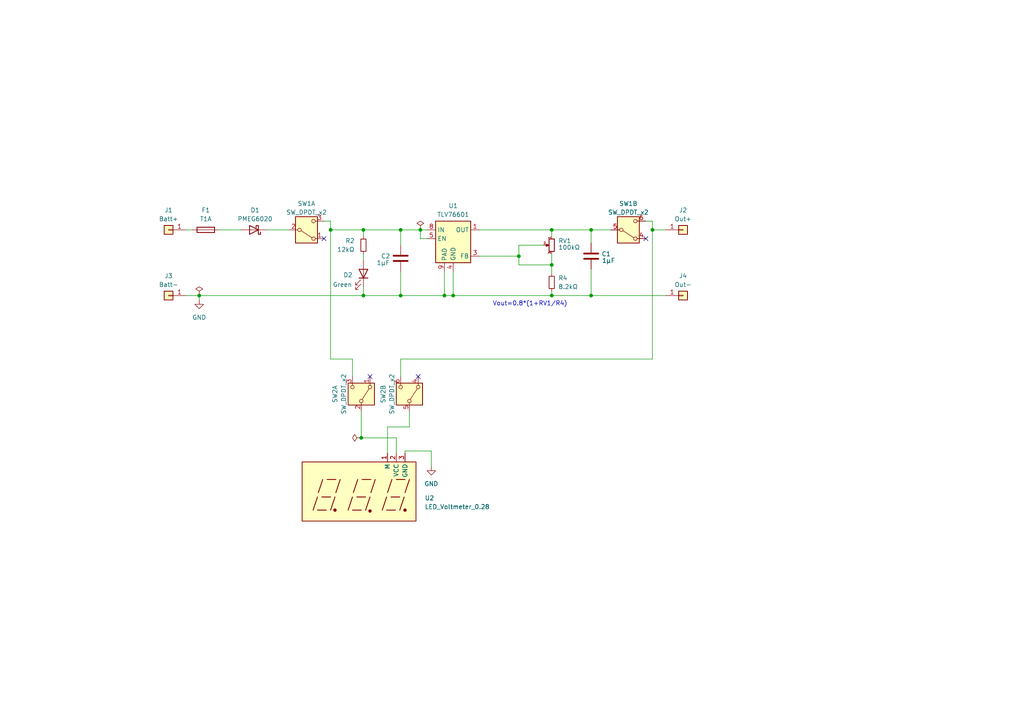
<source format=kicad_sch>
(kicad_sch (version 20230121) (generator eeschema)
  (paper "A4")
  (title_block (title "AGC Disabler") (date "2024-02-14") (company "Retronics - Bjørner Sandom"))
  (lib_symbols
    (symbol "Connector_Generic:Conn_01x01" (pin_names (offset 1.016) hide)
      (property "Reference" "J" (at 0 2.54 0))
      (property "Value" "Conn_01x01" (at 0 -2.54 0))
      (symbol "Conn_01x01_1_1"
        (rectangle (start -1.27 0.127) (end 0 -0.127) (stroke (width 0.1524)))
        (rectangle (start -1.27 1.27) (end 1.27 -1.27) (stroke (width 0.254)) (fill (type background)))
        (pin passive line (at -5.08 0 0) (length 3.81) (name "Pin_1") (number "1"))
      )
    )
    (symbol "Device:C" (pin_numbers hide) (pin_names (offset 0.254))
      (property "Reference" "C" (at 0.635 2.54 0))
      (property "Value" "C" (at 0.635 -2.54 0))
      (symbol "C_0_1"
        (polyline (pts (xy -2.032 -0.762) (xy 2.032 -0.762)) (stroke (width 0.508)))
        (polyline (pts (xy -2.032 0.762) (xy 2.032 0.762)) (stroke (width 0.508)))
      )
      (symbol "C_1_1"
        (pin passive line (at 0 3.81 270) (length 2.794) (name "~") (number "1"))
        (pin passive line (at 0 -3.81 90) (length 2.794) (name "~") (number "2"))
      )
    )
    (symbol "Device:Fuse" (pin_numbers hide) (pin_names (offset 0))
      (property "Reference" "F" (at 2.032 0 90))
      (property "Value" "Fuse" (at -1.905 0 90))
      (symbol "Fuse_0_1"
        (rectangle (start -0.762 -2.54) (end 0.762 2.54) (stroke (width 0.254)))
        (polyline (pts (xy 0 2.54) (xy 0 -2.54)))
      )
      (symbol "Fuse_1_1"
        (pin passive line (at 0 3.81 270) (length 1.27) (name "~") (number "1"))
        (pin passive line (at 0 -3.81 90) (length 1.27) (name "~") (number "2"))
      )
    )
    (symbol "Device:LED" (pin_numbers hide) (pin_names (offset 1.016) hide)
      (property "Reference" "D" (at 0 2.54 0))
      (property "Value" "LED" (at 0 -2.54 0))
      (symbol "LED_0_1"
        (polyline (pts (xy -1.27 -1.27) (xy -1.27 1.27)) (stroke (width 0.254)))
        (polyline (pts (xy -1.27 0) (xy 1.27 0)))
        (polyline (pts (xy 1.27 -1.27) (xy 1.27 1.27) (xy -1.27 0) (xy 1.27 -1.27)) (stroke (width 0.254)))
        (polyline (pts (xy -3.048 -0.762) (xy -4.572 -2.286) (xy -3.81 -2.286) (xy -4.572 -2.286) (xy -4.572 -1.524)))
        (polyline (pts (xy -1.778 -0.762) (xy -3.302 -2.286) (xy -2.54 -2.286) (xy -3.302 -2.286) (xy -3.302 -1.524)))
      )
      (symbol "LED_1_1"
        (pin passive line (at -3.81 0 0) (length 2.54) (name "K") (number "1"))
        (pin passive line (at 3.81 0 180) (length 2.54) (name "A") (number "2"))
      )
    )
    (symbol "Device:R_Potentiometer_Small" (pin_names (offset 1.016) hide)
      (property "Reference" "RV" (at -4.445 0 90))
      (property "Value" "R_Potentiometer_Small" (at -2.54 0 90))
      (symbol "R_Potentiometer_Small_0_1"
        (polyline (pts (xy 0.889 0) (xy 0.635 0) (xy 1.651 0.381) (xy 1.651 -0.381) (xy 0.635 0) (xy 0.889 0)) (fill (type outline)))
        (rectangle (start 0.762 1.8034) (end -0.762 -1.8034) (stroke (width 0.254)))
      )
      (symbol "R_Potentiometer_Small_1_1"
        (pin passive line (at 0 2.54 270) (length 0.635) (name "1") (number "1"))
        (pin passive line (at 2.54 0 180) (length 0.9906) (name "2") (number "2"))
        (pin passive line (at 0 -2.54 90) (length 0.635) (name "3") (number "3"))
      )
    )
    (symbol "Device:R_Small" (pin_numbers hide) (pin_names (offset 0.254) hide)
      (property "Reference" "R" (at 0.762 0.508 0))
      (property "Value" "R_Small" (at 0.762 -1.016 0))
      (symbol "R_Small_0_1"
        (rectangle (start -0.762 1.778) (end 0.762 -1.778) (stroke (width 0.2032)))
      )
      (symbol "R_Small_1_1"
        (pin passive line (at 0 2.54 270) (length 0.762) (name "~") (number "1"))
        (pin passive line (at 0 -2.54 90) (length 0.762) (name "~") (number "2"))
      )
    )
    (symbol "Retronics_Discrete:1N5819WS" (pin_numbers hide) (pin_names (offset 1.016) hide)
      (property "Reference" "D" (at 0 2.54 0))
      (property "Value" "1N5819WS" (at 0 -2.54 0))
      (symbol "1N5819WS_0_1"
        (polyline (pts (xy 1.27 0) (xy -1.27 0)))
        (polyline (pts (xy 1.27 1.27) (xy 1.27 -1.27) (xy -1.27 0) (xy 1.27 1.27)) (stroke (width 0.254)))
        (polyline (pts (xy -1.905 0.635) (xy -1.905 1.27) (xy -1.27 1.27) (xy -1.27 -1.27) (xy -0.635 -1.27) (xy -0.635 -0.635)) (stroke (width 0.254)))
      )
      (symbol "1N5819WS_1_1"
        (pin passive line (at -3.81 0 0) (length 2.54) (name "K") (number "1"))
        (pin passive line (at 3.81 0 180) (length 2.54) (name "A") (number "2"))
      )
    )
    (symbol "Retronics_IC_Power:TLV76601"
      (property "Reference" "U" (at 0 8.89 0))
      (property "Value" "TLV76601" (at 0 6.35 0))
      (symbol "TLV76601_0_1"
        (rectangle (start -5.08 5.08) (end 5.08 -6.985) (stroke (width 0.254)) (fill (type background)))
      )
      (symbol "TLV76601_1_1"
        (pin power_out line (at 7.62 2.54 180) (length 2.54) (name "OUT") (number "1"))
        (pin no_connect line (at 7.62 -1.27 180) (length 2.54) hide (name "NC") (number "2"))
        (pin input line (at 7.62 -5.08 180) (length 2.54) (name "FB") (number "3"))
        (pin power_in line (at 0 -9.525 90) (length 2.54) (name "GND") (number "4"))
        (pin input line (at -7.62 0 0) (length 2.54) (name "EN") (number "5"))
        (pin passive line (at 0 -9.525 90) (length 2.54) hide (name "GND") (number "6"))
        (pin no_connect line (at 7.62 -0.635 180) (length 2.54) hide (name "NC") (number "7"))
        (pin power_in line (at -7.62 2.54 0) (length 2.54) (name "IN") (number "8"))
        (pin passive line (at -2.54 -9.525 90) (length 2.54) (name "PAD") (number "9"))
      )
    )
    (symbol "Retronics_Instruments:LED_Voltmeter_0.28"
      (property "Reference" "U" (at -17.145 26.67 0))
      (property "Value" "LED_Voltmeter_0.28" (at -15.875 24.13 0))
      (symbol "LED_Voltmeter_0.28_0_0"
        (rectangle (start -26.035 22.86) (end 6.985 5.715) (stroke (width 0.254)) (fill (type background)))
        (polyline (pts (xy -22.86 8.89) (xy -21.59 12.7)) (stroke (width 0.254)))
        (polyline (pts (xy -21.59 8.89) (xy -19.05 8.89)) (stroke (width 0.254)))
        (polyline (pts (xy -21.336 13.97) (xy -20.066 17.78)) (stroke (width 0.254)))
        (polyline (pts (xy -20.32 12.7) (xy -17.78 12.7)) (stroke (width 0.254)))
        (polyline (pts (xy -18.796 17.78) (xy -16.256 17.78)) (stroke (width 0.254)))
        (polyline (pts (xy -17.78 8.89) (xy -16.51 12.7)) (stroke (width 0.254)))
        (polyline (pts (xy -16.256 13.97) (xy -14.986 17.78)) (stroke (width 0.254)))
        (polyline (pts (xy -12.7 8.89) (xy -11.43 12.7)) (stroke (width 0.254)))
        (polyline (pts (xy -11.43 8.89) (xy -8.89 8.89)) (stroke (width 0.254)))
        (polyline (pts (xy -11.176 13.97) (xy -9.906 17.78)) (stroke (width 0.254)))
        (polyline (pts (xy -10.16 12.7) (xy -7.62 12.7)) (stroke (width 0.254)))
        (polyline (pts (xy -8.636 17.78) (xy -6.096 17.78)) (stroke (width 0.254)))
        (polyline (pts (xy -7.62 8.89) (xy -6.35 12.7)) (stroke (width 0.254)))
        (polyline (pts (xy -6.096 13.97) (xy -4.826 17.78)) (stroke (width 0.254)))
        (polyline (pts (xy -2.794 8.89) (xy -1.524 12.7)) (stroke (width 0.254)))
        (polyline (pts (xy -1.524 8.89) (xy 1.016 8.89)) (stroke (width 0.254)))
        (polyline (pts (xy -1.27 13.97) (xy 0 17.78)) (stroke (width 0.254)))
        (polyline (pts (xy -0.254 12.7) (xy 2.286 12.7)) (stroke (width 0.254)))
        (polyline (pts (xy 1.27 17.78) (xy 3.81 17.78)) (stroke (width 0.254)))
        (polyline (pts (xy 2.286 8.89) (xy 3.556 12.7)) (stroke (width 0.254)))
        (polyline (pts (xy 3.81 13.97) (xy 5.08 17.78)) (stroke (width 0.254)))
      )
      (symbol "LED_Voltmeter_0.28_0_1"
        (circle (center -16.51 8.89) (radius 0.3556) (stroke (width 0.254)) (fill (type outline)))
      )
      (symbol "LED_Voltmeter_0.28_1_0"
        (circle (center -6.35 8.636) (radius 0.3556) (stroke (width 0.254)) (fill (type outline)))
        (circle (center 3.81 8.89) (radius 0.3556) (stroke (width 0.254)) (fill (type outline)))
      )
      (symbol "LED_Voltmeter_0.28_1_1"
        (pin input line (at -1.27 25.4 270) (length 2.54) (name "M") (number "1"))
        (pin power_in line (at 1.27 25.4 270) (length 2.54) (name "VCC") (number "2"))
        (pin power_in line (at 3.81 25.4 270) (length 2.54) (name "GND") (number "3"))
      )
    )
    (symbol "Switch:SW_DPDT_x2" (pin_names (offset 0) hide)
      (property "Reference" "SW" (at 0 5.08 0))
      (property "Value" "SW_DPDT_x2" (at 0 -5.08 0))
      (symbol "SW_DPDT_x2_0_0"
        (circle (center -2.032 0) (radius 0.508))
        (circle (center 2.032 -2.54) (radius 0.508))
      )
      (symbol "SW_DPDT_x2_0_1"
        (rectangle (start -3.175 3.81) (end 3.175 -3.81) (stroke (width 0.254)) (fill (type background)))
        (polyline (pts (xy -1.524 0.254) (xy 1.5748 2.286)))
        (circle (center 2.032 2.54) (radius 0.508))
      )
      (symbol "SW_DPDT_x2_1_1"
        (pin passive line (at 5.08 2.54 180) (length 2.54) (name "A") (number "1"))
        (pin passive line (at -5.08 0 0) (length 2.54) (name "B") (number "2"))
        (pin passive line (at 5.08 -2.54 180) (length 2.54) (name "C") (number "3"))
      )
      (symbol "SW_DPDT_x2_2_1"
        (pin passive line (at 5.08 2.54 180) (length 2.54) (name "A") (number "4"))
        (pin passive line (at -5.08 0 0) (length 2.54) (name "B") (number "5"))
        (pin passive line (at 5.08 -2.54 180) (length 2.54) (name "C") (number "6"))
      )
    )
    (symbol "power:GND" (power) (pin_names (offset 0))
      (property "Value" "GND" (at 0 -3.81 0))
      (symbol "GND_0_1"
        (polyline (pts (xy 0 0) (xy 0 -1.27) (xy 1.27 -1.27) (xy 0 -2.54) (xy -1.27 -1.27) (xy 0 -1.27)))
      )
      (symbol "GND_1_1"
        (pin power_in line (at 0 0 270) (length 0) hide (name "GND") (number "1"))
      )
    )
    (symbol "power:PWR_FLAG" (power) (pin_numbers hide) (pin_names (offset 0) hide)
      (property "Value" "PWR_FLAG" (at 0 3.81 0))
      (symbol "PWR_FLAG_0_0"
        (pin power_out line (at 0 0 90) (length 0) (name "pwr") (number "1"))
      )
      (symbol "PWR_FLAG_0_1"
        (polyline (pts (xy 0 0) (xy 0 1.27) (xy -1.016 1.905) (xy 0 2.54) (xy 1.016 1.905) (xy 0 1.27)))
      )
    )
  )
  (junction (at 128.905 85.725))
  (junction (at 121.92 66.675))
  (junction (at 95.885 66.675))
  (junction (at 160.02 85.725))
  (junction (at 171.45 66.675))
  (junction (at 189.23 66.675))
  (junction (at 116.205 85.725))
  (junction (at 116.205 66.675))
  (junction (at 150.495 74.295))
  (junction (at 160.02 76.835))
  (junction (at 131.445 85.725))
  (junction (at 171.45 85.725))
  (junction (at 160.02 66.675))
  (junction (at 105.41 85.725))
  (junction (at 105.41 66.675))
  (junction (at 57.785 85.725))
  (junction (at 104.775 127))
  (no_connect (at 107.315 109.22))
  (no_connect (at 187.325 69.215))
  (no_connect (at 93.98 69.215))
  (no_connect (at 121.285 109.22))
  (wire (pts (xy 116.205 66.675) (xy 121.92 66.675)))
  (wire (pts (xy 118.745 119.38) (xy 118.745 123.825)))
  (wire (pts (xy 121.92 66.675) (xy 123.825 66.675)))
  (wire (pts (xy 139.065 74.295) (xy 150.495 74.295)))
  (wire (pts (xy 171.45 78.105) (xy 171.45 85.725)))
  (wire (pts (xy 116.205 85.725) (xy 128.905 85.725)))
  (wire (pts (xy 189.23 66.675) (xy 193.04 66.675)))
  (wire (pts (xy 95.885 64.135) (xy 95.885 66.675)))
  (wire (pts (xy 53.975 85.725) (xy 57.785 85.725)))
  (wire (pts (xy 187.325 64.135) (xy 189.23 64.135)))
  (wire (pts (xy 150.495 74.295) (xy 150.495 76.835)))
  (wire (pts (xy 57.785 85.725) (xy 105.41 85.725)))
  (wire (pts (xy 63.5 66.675) (xy 69.85 66.675)))
  (wire (pts (xy 116.205 104.14) (xy 189.23 104.14)))
  (wire (pts (xy 57.785 85.725) (xy 57.785 86.995)))
  (wire (pts (xy 131.445 85.725) (xy 160.02 85.725)))
  (wire (pts (xy 95.885 66.675) (xy 95.885 104.14)))
  (wire (pts (xy 160.02 73.66) (xy 160.02 76.835)))
  (wire (pts (xy 105.41 85.725) (xy 116.205 85.725)))
  (wire (pts (xy 105.41 66.675) (xy 116.205 66.675)))
  (wire (pts (xy 160.02 84.455) (xy 160.02 85.725)))
  (wire (pts (xy 105.41 73.66) (xy 105.41 75.565)))
  (wire (pts (xy 128.905 78.74) (xy 128.905 85.725)))
  (wire (pts (xy 160.02 76.835) (xy 160.02 79.375)))
  (wire (pts (xy 160.02 66.675) (xy 160.02 68.58)))
  (wire (pts (xy 104.775 119.38) (xy 104.775 127)))
  (wire (pts (xy 102.235 104.14) (xy 102.235 109.22)))
  (wire (pts (xy 105.41 83.185) (xy 105.41 85.725)))
  (wire (pts (xy 139.065 66.675) (xy 160.02 66.675)))
  (wire (pts (xy 117.475 130.81) (xy 125.095 130.81)))
  (wire (pts (xy 95.885 104.14) (xy 102.235 104.14)))
  (wire (pts (xy 160.02 66.675) (xy 171.45 66.675)))
  (wire (pts (xy 121.92 69.215) (xy 121.92 66.675)))
  (wire (pts (xy 171.45 66.675) (xy 177.165 66.675)))
  (wire (pts (xy 77.47 66.675) (xy 83.82 66.675)))
  (wire (pts (xy 112.395 131.445) (xy 112.395 123.825)))
  (wire (pts (xy 189.23 104.14) (xy 189.23 66.675)))
  (wire (pts (xy 150.495 71.12) (xy 150.495 74.295)))
  (wire (pts (xy 116.205 104.14) (xy 116.205 109.22)))
  (wire (pts (xy 116.205 78.74) (xy 116.205 85.725)))
  (wire (pts (xy 116.205 66.675) (xy 116.205 71.12)))
  (wire (pts (xy 114.935 127) (xy 114.935 131.445)))
  (wire (pts (xy 189.23 64.135) (xy 189.23 66.675)))
  (wire (pts (xy 171.45 66.675) (xy 171.45 70.485)))
  (wire (pts (xy 104.775 127) (xy 114.935 127)))
  (wire (pts (xy 105.41 66.675) (xy 105.41 68.58)))
  (wire (pts (xy 160.02 85.725) (xy 171.45 85.725)))
  (wire (pts (xy 123.825 69.215) (xy 121.92 69.215)))
  (wire (pts (xy 131.445 78.74) (xy 131.445 85.725)))
  (wire (pts (xy 95.885 66.675) (xy 105.41 66.675)))
  (wire (pts (xy 150.495 71.12) (xy 157.48 71.12)))
  (wire (pts (xy 112.395 123.825) (xy 118.745 123.825)))
  (wire (pts (xy 128.905 85.725) (xy 131.445 85.725)))
  (wire (pts (xy 53.975 66.675) (xy 55.88 66.675)))
  (wire (pts (xy 125.095 130.81) (xy 125.095 135.255)))
  (wire (pts (xy 150.495 76.835) (xy 160.02 76.835)))
  (wire (pts (xy 171.45 85.725) (xy 193.04 85.725)))
  (wire (pts (xy 95.885 64.135) (xy 93.98 64.135)))
  (wire (pts (xy 117.475 131.445) (xy 117.475 130.81)))
  (text "Vout=0.8*(1+RV1/R4)" (at 142.875 88.9 0) (effects (font (size 1.27 1.27)) (justify left bottom)))
  (symbol (lib_id "power:PWR_FLAG") (at 121.92 66.675 0) (unit 1)
    (property "Reference" "#FLG01" (effects hide))
    (property "Value" "PWR_FLAG" (effects hide))
  )
  (symbol (lib_id "power:GND") (at 125.095 135.255 0) (unit 1)
    (property "Reference" "#PWR02" (effects hide))
    (property "Value" "GND" (at 125.095 140.335 0))
  )
  (symbol (lib_id "Device:C") (at 171.45 74.295 0) (unit 1)
    (property "Reference" "C1" (at 177.165 73.66 0) (effects (justify right)))
    (property "Value" "1µF" (at 178.435 75.565 0) (effects (justify right)))
    (property "Footprint" "Capacitor_SMD:C_0603_1608Metric_Pad1.08x0.95mm_HandSolder" (effects hide))
  )
  (symbol (lib_id "Connector_Generic:Conn_01x01") (at 198.12 66.675 0) (mirror x) (unit 1)
    (property "Reference" "J2" (at 198.12 60.96 0))
    (property "Value" "Out+" (at 198.12 63.5 0))
    (property "Footprint" "TestPoint:TestPoint_Pad_D2.5mm" (effects hide))
  )
  (symbol (lib_id "power:PWR_FLAG") (at 104.775 127 90) (unit 1)
    (property "Reference" "#FLG03" (effects hide))
    (property "Value" "PWR_FLAG" (effects hide))
  )
  (symbol (lib_id "Device:Fuse") (at 59.69 66.675 90) (unit 1)
    (property "Reference" "F1" (at 59.69 60.96 90))
    (property "Value" "T1A" (at 59.69 63.5 90))
    (property "Footprint" "Fuse:Fuse_1206_3216Metric_Pad1.42x1.75mm_HandSolder" (effects hide))
  )
  (symbol (lib_id "Device:R_Small") (at 105.41 71.12 0) (mirror y) (unit 1)
    (property "Reference" "R2" (at 102.87 69.85 0) (effects (justify left)))
    (property "Value" "12kΩ" (at 102.87 72.39 0) (effects (justify left)))
    (property "Footprint" "Resistor_SMD:R_0603_1608Metric_Pad0.98x0.95mm_HandSolder" (effects hide))
  )
  (symbol (lib_id "Device:R_Potentiometer_Small") (at 160.02 71.12 0) (mirror y) (unit 1)
    (property "Reference" "RV1" (at 161.925 69.85 0) (effects (justify right)))
    (property "Value" "100kΩ" (at 161.925 71.755 0) (effects (justify right)))
    (property "Footprint" "Potentiometer_THT:Potentiometer_Bourns_3386P_Vertical" (effects hide))
  )
  (symbol (lib_id "Switch:SW_DPDT_x2") (at 88.9 66.675 0) (mirror x) (unit 1)
    (property "Reference" "SW1" (at 88.9 59.055 0))
    (property "Value" "SW_DPDT_x2" (at 88.9 61.595 0))
    (property "Footprint" "Retronics_Switches:CUS22TB" (effects hide))
  )
  (symbol (lib_id "Device:LED") (at 105.41 79.375 270) (mirror x) (unit 1)
    (property "Reference" "D2" (at 99.568 79.756 90) (effects (justify left)))
    (property "Value" "Green" (at 96.52 82.55 90) (effects (justify left)))
    (property "Footprint" "LED_SMD:LED_0603_1608Metric_Pad1.05x0.95mm_HandSolder" (effects hide))
  )
  (symbol (lib_id "Switch:SW_DPDT_x2") (at 182.245 66.675 0) (mirror x) (unit 2)
    (property "Reference" "SW1" (at 182.245 59.055 0))
    (property "Value" "SW_DPDT_x2" (at 182.245 61.595 0))
  )
  (symbol (lib_id "Retronics_Instruments:LED_Voltmeter_0.28") (at 113.665 156.845 0) (unit 1)
    (property "Reference" "U2" (at 123.19 144.4625 0) (effects (justify left)))
    (property "Value" "LED_Voltmeter_0.28" (at 123.19 147.0025 0) (effects (justify left)))
    (property "Footprint" "Retronics_Instruments:LED_Voltmeter_0.28" (effects hide))
  )
  (symbol (lib_id "Connector_Generic:Conn_01x01") (at 48.895 85.725 180) (unit 1)
    (property "Reference" "J3" (at 48.895 80.01 0))
    (property "Value" "Batt-" (at 48.895 82.55 0))
    (property "Footprint" "TestPoint:TestPoint_Pad_D2.5mm" (effects hide))
  )
  (symbol (lib_id "Connector_Generic:Conn_01x01") (at 48.895 66.675 180) (unit 1)
    (property "Reference" "J1" (at 48.895 60.96 0))
    (property "Value" "Batt+" (at 48.895 63.5 0))
    (property "Footprint" "TestPoint:TestPoint_Pad_D2.5mm" (effects hide))
  )
  (symbol (lib_id "Device:C") (at 116.205 74.93 0) (mirror y) (unit 1)
    (property "Reference" "C2" (at 110.49 74.295 0) (effects (justify right)))
    (property "Value" "1µF" (at 109.22 76.2 0) (effects (justify right)))
    (property "Footprint" "Capacitor_SMD:C_0603_1608Metric_Pad1.08x0.95mm_HandSolder" (effects hide))
  )
  (symbol (lib_id "Retronics_IC_Power:TLV76601") (at 131.445 69.215 0) (unit 1)
    (property "Reference" "U1" (at 131.445 59.69 0))
    (property "Value" "TLV76601" (at 131.445 62.23 0))
    (property "Footprint" "Retronics_IC_Power:TLV76601QWDRBRQ1" (effects hide))
  )
  (symbol (lib_id "Switch:SW_DPDT_x2") (at 118.745 114.3 270) (mirror x) (unit 2)
    (property "Reference" "SW2" (at 111.125 114.3 0))
    (property "Value" "SW_DPDT_x2" (at 113.665 114.3 0))
  )
  (symbol (lib_id "power:GND") (at 57.785 86.995 0) (unit 1)
    (property "Reference" "#PWR01" (effects hide))
    (property "Value" "GND" (at 57.785 92.075 0))
  )
  (symbol (lib_id "Retronics_Discrete:1N5819WS") (at 73.66 66.675 180) (unit 1)
    (property "Reference" "D1" (at 73.9775 60.96 0))
    (property "Value" "PMEG6020" (at 73.9775 63.5 0))
    (property "Footprint" "Diode_SMD:Nexperia_CFP3_SOD-123W" (effects hide))
  )
  (symbol (lib_id "Connector_Generic:Conn_01x01") (at 198.12 85.725 0) (mirror x) (unit 1)
    (property "Reference" "J4" (at 198.12 80.01 0))
    (property "Value" "Out-" (at 198.12 82.55 0))
    (property "Footprint" "TestPoint:TestPoint_Pad_D2.5mm" (effects hide))
  )
  (symbol (lib_id "Device:R_Small") (at 160.02 81.915 0) (unit 1)
    (property "Reference" "R4" (at 161.925 80.645 0) (effects (justify left)))
    (property "Value" "8.2kΩ" (at 161.925 83.185 0) (effects (justify left)))
    (property "Footprint" "Resistor_SMD:R_0603_1608Metric_Pad0.98x0.95mm_HandSolder" (effects hide))
  )
  (symbol (lib_id "power:PWR_FLAG") (at 57.785 85.725 0) (unit 1)
    (property "Reference" "#FLG02" (effects hide))
    (property "Value" "PWR_FLAG" (effects hide))
  )
  (symbol (lib_id "Switch:SW_DPDT_x2") (at 104.775 114.3 270) (mirror x) (unit 1)
    (property "Reference" "SW2" (at 97.155 114.3 0))
    (property "Value" "SW_DPDT_x2" (at 99.695 114.3 0))
    (property "Footprint" "Retronics_Switches:CUS22TB" (effects hide))
  )
)
</source>
